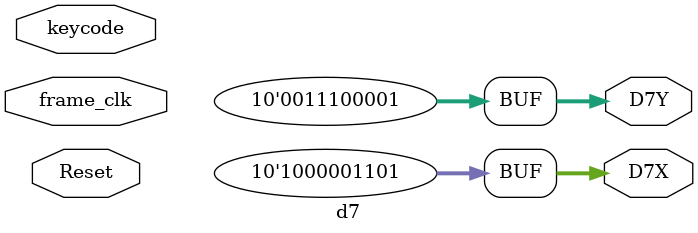
<source format=sv>



module  d7 ( input Reset, frame_clk, input [7:0] keycode,
               output [9:0]  D7X, D7Y);
    
       
    assign D7X = 525;
   
    assign D7Y = 225;
    

endmodule

</source>
